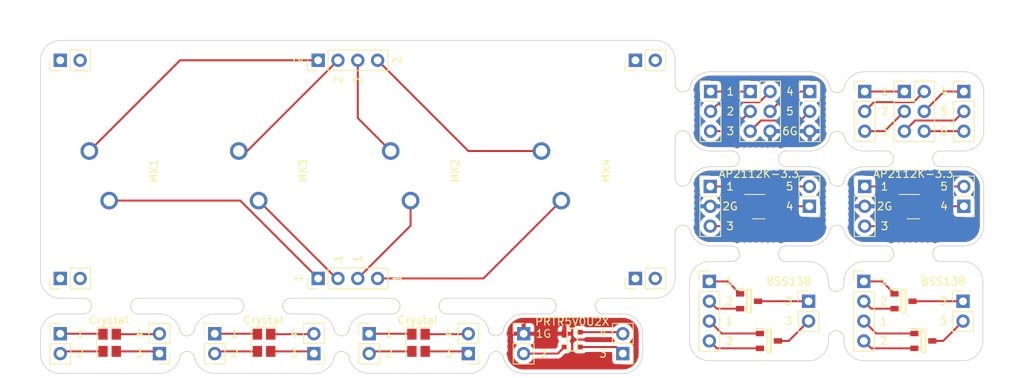
<source format=kicad_pcb>
(kicad_pcb (version 20211014) (generator pcbnew)
  (layers (0 "F.Cu" signal) (31 "B.Cu" signal) (34 "B.Paste" user) (35 "F.Paste" user) (36 "B.SilkS" user "B.Silkscreen") (37 "F.SilkS" user "F.Silkscreen") (38 "B.Mask" user) (39 "F.Mask" user) (44 "Edge.Cuts" user))
  (net 0 "")
  (net 1 "Net-(IC2-Pad1)")
  (net 2 "Net-(IC2-Pad2)")
  (net 3 "Net-(IC2-Pad3)")
  (net 4 "Net-(IC3-Pad1)")
  (net 5 "Net-(IC3-Pad2)")
  (net 6 "Net-(IC3-Pad3)")
  (net 7 "Net-(J6-Pad1)")
  (net 8 "Net-(J6-Pad2)")
  (net 9 "Net-(J7-Pad1)")
  (net 10 "Net-(J7-Pad2)")
  (net 11 "Net-(J9-Pad1)")
  (net 12 "Net-(J9-Pad2)")
  (net 13 "Net-(J9-Pad3)")
  (net 14 "Net-(J9-Pad4)")
  (net 15 "Net-(J10-Pad1)")
  (net 16 "Net-(J10-Pad2)")
  (net 17 "Net-(J10-Pad3)")
  (net 18 "Net-(J10-Pad4)")
  (net 19 "Net-(J16-Pad1)")
  (net 20 "GND_4")
  (net 21 "Net-(J16-Pad3)")
  (net 22 "Net-(J17-Pad1)")
  (net 23 "Net-(J17-Pad2)")
  (net 24 "Net-(J17-Pad3)")
  (net 25 "GND_5")
  (net 26 "Net-(J19-Pad2)")
  (net 27 "Net-(J20-Pad1)")
  (net 28 "Net-(J20-Pad2)")
  (net 29 "Net-(J23-Pad1)")
  (net 30 "Net-(J23-Pad2)")
  (net 31 "Net-(J22-Pad4)")
  (net 32 "Net-(J22-Pad5)")
  (net 33 "GND_6")
  (net 34 "Net-(J26-Pad1)")
  (net 35 "Net-(J26-Pad2)")
  (net 36 "Net-(J26-Pad3)")
  (net 37 "Net-(J27-Pad4)")
  (net 38 "Net-(J27-Pad5)")
  (net 39 "Net-(J27-Pad6)")
  (footprint "Panelization:mouse-bite-2mm-slot-5mm-width" (layer "F.Cu") (at 57.77 60.2)
    (fp_text reference "mouse-bite-2mm-slot" hide)
    (fp_text value "VAL**" hide)
  )
  (footprint "Connector_PinHeader_2.54mm:PinHeader_1x02_P2.54mm_Vertical" (layer "F.Cu") (at 105.43 56.66 90)
    (fp_text reference "J31" hide)
    (fp_text value "Conn_01x02_Female")
  )
  (footprint "Connector_PinHeader_2.54mm:PinHeader_1x04_P2.54mm_Vertical" (layer "F.Cu") (at 64.79 56.66 90)
    (fp_text reference "J10" hide)
    (fp_text value "Conn_01x04_Female")
  )
  (footprint "random-keyboard-parts:SOT143B" (layer "F.Cu") (at 97.33 64.49)
    (fp_text reference "U3" hide)
    (fp_text value "PRTR5V0U2X")
  )
  (footprint "Connector_PinHeader_2.54mm:PinHeader_1x02_P2.54mm_Vertical" (layer "F.Cu") (at 84.03 66.28 180)
    (fp_text reference "J13" hide)
    (fp_text value "Conn_01x02_Female")
  )
  (footprint "SamacSys_Parts:MXOnly-1U-NoLED_3Pins" (layer "F.Cu") (at 40.57 42.88 90)
    (fp_text reference "MX1")
    (fp_text value "MX-NoLED")
  )
  (footprint "SamacSys_Parts:SOT95P240X120-3N" (layer "F.Cu") (at 142.3 64.660001)
    (fp_text reference "IC5" hide)
    (fp_text value "BSS138" hide)
  )
  (footprint "Connector_PinHeader_2.54mm:PinHeader_1x02_P2.54mm_Vertical" (layer "F.Cu") (at 147.49 47.42 180)
    (fp_text reference "J34" hide)
    (fp_text value "Conn_01x02_Female")
  )
  (footprint "Connector_PinHeader_2.54mm:PinHeader_1x02_P2.54mm_Vertical" (layer "F.Cu") (at 91.11 63.74)
    (fp_text reference "J19" hide)
    (fp_text value "Conn_01x02_Female")
  )
  (footprint "Panelization:mouse-bite-2mm-slot-5mm-width" (layer "F.Cu") (at 141 53.5 180)
    (fp_text reference "mouse-bite-2mm-slot" hide)
    (fp_text value "VAL**" hide)
  )
  (footprint "Connector_PinHeader_2.54mm:PinHeader_2x03_P2.54mm_Vertical" (layer "F.Cu") (at 120.13 32.72)
    (fp_text reference "J22" hide)
    (fp_text value "AVR-ISP-6")
  )
  (footprint "Panelization:mouse-bite-2mm-slot-5mm-width" (layer "F.Cu") (at 121.25 41.34)
    (fp_text reference "mouse-bite-2mm-slot" hide)
    (fp_text value "VAL**" hide)
  )
  (footprint "Connector_PinHeader_2.54mm:PinHeader_1x03_P2.54mm_Vertical" (layer "F.Cu") (at 127.75 32.72)
    (fp_text reference "J24" hide)
    (fp_text value "Conn_01x03_Female")
  )
  (footprint "Panelization:mouse-bite-2mm-slot-5mm-width" (layer "F.Cu") (at 77.77 60.2)
    (fp_text reference "mouse-bite-2mm-slot" hide)
    (fp_text value "VAL**" hide)
  )
  (footprint "Panelization:mouse-bite-2mm-slot-5mm-width" (layer "F.Cu") (at 121.25 53.5 180)
    (fp_text reference "mouse-bite-2mm-slot" hide)
    (fp_text value "VAL**" hide)
  )
  (footprint "Panelization:mouse-bite-2mm-slot-5mm-width" (layer "F.Cu") (at 140.99 41.34)
    (fp_text reference "mouse-bite-2mm-slot" hide)
    (fp_text value "VAL**" hide)
  )
  (footprint "Panelization:mouse-bite-2mm-slot" (layer "F.Cu") (at 67.79 65.01 90)
    (fp_text reference "mouse-bite-2mm-slot" hide)
    (fp_text value "VAL**" hide)
  )
  (footprint "Panelization:mouse-bite-2mm-slot-5mm-width" (layer "F.Cu") (at 38.27 60.2)
    (fp_text reference "mouse-bite-2mm-slot" hide)
    (fp_text value "VAL**" hide)
  )
  (footprint "SamacSys_Parts:SOT95P240X120-3N" (layer "F.Cu") (at 139.76 59.580001)
    (fp_text reference "IC4" hide)
    (fp_text value "BSS138")
  )
  (footprint "Package_TO_SOT_SMD:SOT-23-5" (layer "F.Cu") (at 121.23 47.46)
    (fp_text reference "U2" hide)
    (fp_text value "AP2112K-3.3")
  )
  (footprint "Connector_PinHeader_2.54mm:PinHeader_1x02_P2.54mm_Vertical" (layer "F.Cu") (at 147.38 59.580001)
    (fp_text reference "J36" hide)
    (fp_text value "Conn_01x02_Female")
  )
  (footprint "Panelization:mouse-bite-2mm-slot-5mm-width" (layer "F.Cu") (at 131.140001 60.850001 90)
    (fp_text reference "mouse-bite-2mm-slot" hide)
    (fp_text value "VAL**" hide)
  )
  (footprint "Connector_PinHeader_2.54mm:PinHeader_1x02_P2.54mm_Vertical" (layer "F.Cu") (at 44.47 66.28 180)
    (fp_text reference "J7" hide)
    (fp_text value "Conn_01x02_Female")
  )
  (footprint "Connector_PinHeader_2.54mm:PinHeader_1x02_P2.54mm_Vertical" (layer "F.Cu") (at 103.81 66.28 180)
    (fp_text reference "J23" hide)
    (fp_text value "Conn_01x02_Female")
  )
  (footprint "Panelization:mouse-bite-2mm-slot-5mm-width" (layer "F.Cu") (at 131.25 35.34 90)
    (fp_text reference "mouse-bite-2mm-slot" hide)
    (fp_text value "VAL**" hide)
  )
  (footprint "SamacSys_Parts:SOT95P240X120-3N" (layer "F.Cu") (at 119.98 59.580001)
    (fp_text reference "IC2" hide)
    (fp_text value "BSS138")
  )
  (footprint "SamacSys_Parts:MXOnly-1U-NoLED_3Pins" (layer "F.Cu") (at 79.17 42.88 90)
    (fp_text reference "MX2")
    (fp_text value "MX-NoLED")
  )
  (footprint "Connector_PinHeader_2.54mm:PinHeader_1x02_P2.54mm_Vertical" (layer "F.Cu") (at 64.25 66.28 180)
    (fp_text reference "J11" hide)
    (fp_text value "Conn_01x02_Female")
  )
  (footprint "Connector_PinHeader_2.54mm:PinHeader_1x03_P2.54mm_Vertical" (layer "F.Cu") (at 134.79 44.88)
    (fp_text reference "J33" hide)
    (fp_text value "Conn_01x03_Female")
  )
  (footprint "Connector_PinHeader_2.54mm:PinHeader_1x02_P2.54mm_Vertical" (layer "F.Cu") (at 31.77 56.66 90)
    (fp_text reference "J29" hide)
    (fp_text value "Conn_01x02_Female")
  )
  (footprint "Panelization:mouse-bite-2mm-slot" (layer "F.Cu") (at 87.57 65.01 90)
    (fp_text reference "mouse-bite-2mm-slot" hide)
    (fp_text value "VAL**" hide)
  )
  (footprint "Connector_PinHeader_2.54mm:PinHeader_1x02_P2.54mm_Vertical" (layer "F.Cu") (at 105.43 28.72 90)
    (fp_text reference "J32" hide)
    (fp_text value "Conn_01x02_Female")
  )
  (footprint "Connector_PinHeader_2.54mm:PinHeader_1x04_P2.54mm_Vertical" (layer "F.Cu") (at 114.9 57.040001)
    (fp_text reference "J15" hide)
    (fp_text value "Conn_01x04_Female")
  )
  (footprint "Connector_PinHeader_2.54mm:PinHeader_2x03_P2.54mm_Vertical" (layer "F.Cu") (at 139.870001 32.719999)
    (fp_text reference "J27" hide)
    (fp_text value "Conn_02x03_Counter_Clockwise")
  )
  (footprint "SamacSys_Parts:MXOnly-1U-NoLED_3Pins" (layer "F.Cu") (at 98.47 42.88 90)
    (fp_text reference "MX4")
    (fp_text value "MX-NoLED")
  )
  (footprint "Package_TO_SOT_SMD:SOT-23-5" (layer "F.Cu") (at 141.01 47.46)
    (fp_text reference "U4" hide)
    (fp_text value "AP2112K-3.3")
  )
  (footprint "Panelization:mouse-bite-2mm-slot-5mm-width" (layer "F.Cu") (at 111.51 47.34 90)
    (fp_text reference "mouse-bite-2mm-slot" hide)
    (fp_text value "VAL**" hide)
  )
  (footprint "Panelization:mouse-bite-2mm-slot-5mm-width" (layer "F.Cu") (at 97.77 60.2)
    (fp_text reference "mouse-bite-2mm-slot" hide)
    (fp_text value "VAL**" hide)
  )
  (footprint "SamacSys_Parts:MXOnly-1U-NoLED_3Pins" (layer "F.Cu") (at 59.71 42.88 90)
    (fp_text reference "MX3")
    (fp_text value "MX-NoLED")
  )
  (footprint "Panelization:mouse-bite-2mm-slot-5mm-width" (layer "F.Cu") (at 111.51 35.26 90)
    (fp_text reference "mouse-bite-2mm-slot" hide)
    (fp_text value "VAL**" hide)
  )
  (footprint "Connector_PinHeader_2.54mm:PinHeader_1x03_P2.54mm_Vertical" (layer "F.Cu") (at 115.05 32.72)
    (fp_text reference "J17" hide)
    (fp_text value "Conn_01x03_Female")
  )
  (footprint "Connector_PinHeader_2.54mm:PinHeader_1x03_P2.54mm_Vertical" (layer "F.Cu") (at 134.790001 32.719999)
    (fp_text reference "J26" hide)
    (fp_text value "Conn_01x03_Female")
  )
  (footprint "Connector_PinHeader_2.54mm:PinHeader_1x02_P2.54mm_Vertical" (layer "F.Cu") (at 31.77 28.72 90)
    (fp_text reference "J30" hide)
    (fp_text value "Conn_01x02_Female")
  )
  (footprint "Crystal:Crystal_SMD_3225-4Pin_3.2x2.5mm" (layer "F.Cu") (at 57.87 64.9 -90)
    (fp_text reference "Y2" hide)
    (fp_text value "Crystal")
  )
  (footprint "Connector_PinHeader_2.54mm:PinHeader_1x04_P2.54mm_Vertical" (layer "F.Cu") (at 64.79 28.72 90)
    (fp_text reference "J9" hide)
    (fp_text value "Conn_01x04_Female")
  )
  (footprint "Panelization:mouse-bite-2mm-slot-5mm-width" (layer "F.Cu") (at 131.25 47.34 90)
    (fp_text reference "mouse-bite-2mm-slot" hide)
    (fp_text value "VAL**" hide)
  )
  (footprint "Crystal:Crystal_SMD_3225-4Pin_3.2x2.5mm" (layer "F.Cu") (at 38.09 64.9 -90)
    (fp_text reference "Y1" hide)
    (fp_text value "Crystal")
  )
  (footprint "Panelization:mouse-bite-2mm-slot" (layer "F.Cu") (at 48.01 65.01 90)
    (fp_text reference "mouse-bite-2mm-slot" hide)
    (fp_text value "VAL**" hide)
  )
  (footprint "Connector_PinHeader_2.54mm:PinHeader_1x04_P2.54mm_Vertical" (layer "F.Cu") (at 134.68 57.040001)
    (fp_text reference "J35" hide)
    (fp_text value "Conn_01x04_Female")
  )
  (footprint "Connector_PinHeader_2.54mm:PinHeader_1x03_P2.54mm_Vertical" (layer "F.Cu") (at 115.01 44.88)
    (fp_text reference "J16" hide)
    (fp_text value "Conn_01x03_Female")
  )
  (footprint "Connector_PinHeader_2.54mm:PinHeader_1x02_P2.54mm_Vertical" (layer "F.Cu") (at 51.55 63.74)
    (fp_text reference "J8" hide)
    (fp_text value "Conn_01x02_Female")
  )
  (footprint "Connector_PinHeader_2.54mm:PinHeader_1x02_P2.54mm_Vertical" (layer "F.Cu") (at 127.71 47.42 180)
    (fp_text reference "J20" hide)
    (fp_text value "Conn_01x02_Female")
  )
  (footprint "Crystal:Crystal_SMD_3225-4Pin_3.2x2.5mm" (layer "F.Cu") (at 77.65 64.9 -90)
    (fp_text reference "Y3" hide)
    (fp_text value "Crystal")
  )
  (footprint "SamacSys_Parts:SOT95P240X120-3N" (layer "F.Cu") (at 122.52 64.660001)
    (fp_text reference "IC3" hide)
    (fp_text value "BSS138" hide)
  )
  (footprint "Connector_PinHeader_2.54mm:PinHeader_1x02_P2.54mm_Vertical" (layer "F.Cu") (at 31.77 63.74)
    (fp_text reference "J6" hide)
    (fp_text value "Conn_01x02_Female")
  )
  (footprint "Connector_PinHeader_2.54mm:PinHeader_1x02_P2.54mm_Vertical" (layer "F.Cu") (at 71.33 63.74)
    (fp_text reference "J12" hide)
    (fp_text value "Conn_01x02_Female")
  )
  (footprint "Connector_PinHeader_2.54mm:PinHeader_1x03_P2.54mm_Vertical" (layer "F.Cu") (at 147.490001 32.719999)
    (fp_text reference "J28" hide)
    (fp_text value "Conn_01x03_Female")
  )
  (footprint "Connector_PinHeader_2.54mm:PinHeader_1x02_P2.54mm_Vertical" (layer "F.Cu") (at 127.6 59.580001)
    (fp_text reference "J21" hide)
    (fp_text value "Conn_01x02_Female")
  )
  (gr_arc (start 101.27 61.2) (mid 100.27 60.2) (end 101.27 59.2) (layer "Edge.Cuts") (width 0.1))
  (gr_line (start 144.49 40.34) (end 147.49 40.34) (layer "Edge.Cuts") (width 0.1))
  (gr_arc (start 71.33 68.82) (mid 69.770537 68.321208) (end 68.79 67.01) (layer "Edge.Cuts") (width 0.1))
  (gr_arc (start 114.9 67.200001) (mid 113.103949 66.456052) (end 112.36 64.660001) (layer "Edge.Cuts") (width 0.1))
  (gr_line (start 124.75 40.34) (end 127.75 40.34) (layer "Edge.Cuts") (width 0.1))
  (gr_arc (start 110.51 56.66) (mid 109.766051 58.456051) (end 107.97 59.2) (layer "Edge.Cuts") (width 0.1))
  (gr_arc (start 130.25 50.84) (mid 131.25 49.84) (end 132.25 50.84) (layer "Edge.Cuts") (width 0.1))
  (gr_arc (start 68.79 63.01) (mid 67.79 64.01) (end 66.79 63.01) (layer "Edge.Cuts") (width 0.1))
  (gr_arc (start 66.79 67.01) (mid 65.809462 68.321207) (end 64.25 68.82) (layer "Edge.Cuts") (width 0.1))
  (gr_line (start 34.77 61.2) (end 31.77 61.2) (layer "Edge.Cuts") (width 0.1))
  (gr_arc (start 117.75 40.34) (mid 118.75 41.34) (end 117.75 42.34) (layer "Edge.Cuts") (width 0.1))
  (gr_arc (start 112.51 31.76) (mid 111.51 32.76) (end 110.51 31.76) (layer "Edge.Cuts") (width 0.1))
  (gr_line (start 112.36 57.040001) (end 112.36 64.660001) (layer "Edge.Cuts") (width 0.1))
  (gr_line (start 132.14 57.040001) (end 132.14 57.350001) (layer "Edge.Cuts") (width 0.1))
  (gr_arc (start 29.23 63.74) (mid 29.973949 61.943949) (end 31.77 61.2) (layer "Edge.Cuts") (width 0.1))
  (gr_arc (start 150.03 49.96) (mid 149.286051 51.756051) (end 147.49 52.5) (layer "Edge.Cuts") (width 0.1))
  (gr_line (start 64.25 61.2) (end 61.27 61.2) (layer "Edge.Cuts") (width 0.1))
  (gr_line (start 137.5 54.5) (end 134.68 54.500001) (layer "Edge.Cuts") (width 0.1))
  (gr_arc (start 134.68 67.200001) (mid 132.883949 66.456052) (end 132.14 64.660001) (layer "Edge.Cuts") (width 0.1))
  (gr_line (start 115.01 52.5) (end 117.75 52.5) (layer "Edge.Cuts") (width 0.1))
  (gr_arc (start 130.25 50.84) (mid 129.227168 52.048196) (end 127.71 52.5) (layer "Edge.Cuts") (width 0.1))
  (gr_arc (start 134.79 52.5) (mid 133.272831 52.048198) (end 132.25 50.84) (layer "Edge.Cuts") (width 0.1))
  (gr_line (start 61.27 59.2) (end 74.27 59.2) (layer "Edge.Cuts") (width 0.1))
  (gr_line (start 31.77 59.2) (end 34.77 59.2) (layer "Edge.Cuts") (width 0.1))
  (gr_line (start 149.920001 64.660002) (end 149.920001 57.04) (layer "Edge.Cuts") (width 0.1))
  (gr_line (start 110.51 31.76) (end 110.51 28.72) (layer "Edge.Cuts") (width 0.1))
  (gr_arc (start 124.75 54.5) (mid 123.75 53.5) (end 124.75 52.5) (layer "Edge.Cuts") (width 0.1))
  (gr_arc (start 110.51 38.76) (mid 111.51 37.76) (end 112.51 38.76) (layer "Edge.Cuts") (width 0.1))
  (gr_line (start 107.97 59.2) (end 101.27 59.2) (layer "Edge.Cuts") (width 0.1))
  (gr_line (start 127.71 52.5) (end 124.75 52.5) (layer "Edge.Cuts") (width 0.1))
  (gr_arc (start 31.77 68.82) (mid 29.973949 68.076051) (end 29.23 66.28) (layer "Edge.Cuts") (width 0.1))
  (gr_line (start 134.68 67.200001) (end 147.380001 67.200002) (layer "Edge.Cuts") (width 0.1))
  (gr_arc (start 112.51 43.84) (mid 113.552262 42.74377) (end 115.01 42.34) (layer "Edge.Cuts") (width 0.1))
  (gr_arc (start 112.51 31.76) (mid 113.55434 30.60723) (end 115.05 30.18) (layer "Edge.Cuts") (width 0.1))
  (gr_line (start 127.709999 42.34) (end 124.75 42.34) (layer "Edge.Cuts") (width 0.1))
  (gr_line (start 147.380001 54.5) (end 144.5 54.5) (layer "Edge.Cuts") (width 0.1))
  (gr_arc (start 88.57 63.01) (mid 89.550537 61.698792) (end 91.11 61.2) (layer "Edge.Cuts") (width 0.1))
  (gr_line (start 110.51 38.76) (end 110.51 43.84) (layer "Edge.Cuts") (width 0.1))
  (gr_arc (start 127.709999 42.34) (mid 129.184922 42.742997) (end 130.25 43.84) (layer "Edge.Cuts") (width 0.1))
  (gr_arc (start 149.920001 64.660002) (mid 149.176052 66.456053) (end 147.380001 67.200002) (layer "Edge.Cuts") (width 0.1))
  (gr_line (start 41.77 59.2) (end 54.27 59.2) (layer "Edge.Cuts") (width 0.1))
  (gr_arc (start 137.5 52.5) (mid 138.5 53.5) (end 137.5 54.5) (layer "Edge.Cuts") (width 0.1))
  (gr_line (start 71.33 68.82) (end 84.03 68.82) (layer "Edge.Cuts") (width 0.1))
  (gr_arc (start 132.25 43.84) (mid 133.315076 42.742996) (end 134.79 42.34) (layer "Edge.Cuts") (width 0.1))
  (gr_arc (start 132.14 57.040001) (mid 132.883949 55.24395) (end 134.68 54.500001) (layer "Edge.Cuts") (width 0.1))
  (gr_line (start 150.03 37.799999) (end 150.03 32.719999) (layer "Edge.Cuts") (width 0.1))
  (gr_arc (start 107.97 26.18) (mid 109.766051 26.923949) (end 110.51 28.72) (layer "Edge.Cuts") (width 0.1))
  (gr_arc (start 68.79 63.01) (mid 69.770537 61.698792) (end 71.33 61.2) (layer "Edge.Cuts") (width 0.1))
  (gr_line (start 132.14 64.660001) (end 132.140001 64.350001) (layer "Edge.Cuts") (width 0.1))
  (gr_arc (start 112.36 57.040001) (mid 113.103949 55.24395) (end 114.9 54.500001) (layer "Edge.Cuts") (width 0.1))
  (gr_arc (start 88.57 63.01) (mid 87.57 64.01) (end 86.57 63.01) (layer "Edge.Cuts") (width 0.1))
  (gr_arc (start 47.01 67.01) (mid 48.01 66.01) (end 49.01 67.01) (layer "Edge.Cuts") (width 0.1))
  (gr_arc (start 44.47 61.2) (mid 46.029462 61.698794) (end 47.01 63.01) (layer "Edge.Cuts") (width 0.1))
  (gr_arc (start 74.27 59.2) (mid 75.27 60.2) (end 74.27 61.2) (layer "Edge.Cuts") (width 0.1))
  (gr_arc (start 132.25 43.84) (mid 131.25 44.84) (end 130.25 43.84) (layer "Edge.Cuts") (width 0.1))
  (gr_arc (start 147.49 30.179998) (mid 149.286051 30.923947) (end 150.03 32.719998) (layer "Edge.Cuts") (width 0.1))
  (gr_arc (start 137.49 40.34) (mid 138.49 41.34) (end 137.49 42.34) (layer "Edge.Cuts") (width 0.1))
  (gr_line (start 54.27 61.2) (end 51.55 61.2) (layer "Edge.Cuts") (width 0.1))
  (gr_arc (start 144.5 54.5) (mid 143.5 53.5) (end 144.5 52.5) (layer "Edge.Cuts") (width 0.1))
  (gr_arc (start 127.600001 54.5) (mid 129.396052 55.243949) (end 130.140001 57.04) (layer "Edge.Cuts") (width 0.1))
  (gr_arc (start 124.75 42.34) (mid 123.75 41.34) (end 124.75 40.34) (layer "Edge.Cuts") (width 0.1))
  (gr_line (start 147.49 30.179999) (end 134.79 30.179999) (layer "Edge.Cuts") (width 0.1))
  (gr_arc (start 130.25 38.84) (mid 129.207737 39.936228) (end 127.75 40.34) (layer "Edge.Cuts") (width 0.1))
  (gr_line (start 150.03 49.96) (end 150.03 44.88) (layer "Edge.Cuts") (width 0.1))
  (gr_line (start 94.27 61.2) (end 91.11 61.2) (layer "Edge.Cuts") (width 0.1))
  (gr_arc (start 130.25 38.84) (mid 131.25 37.84) (end 132.25 38.84) (layer "Edge.Cuts") (width 0.1))
  (gr_arc (start 110.51 50.84) (mid 111.51 49.84) (end 112.51 50.84) (layer "Edge.Cuts") (width 0.1))
  (gr_line (start 94.27 59.2) (end 81.27 59.2) (layer "Edge.Cuts") (width 0.1))
  (gr_arc (start 112.51 43.84) (mid 111.51 44.84) (end 110.51 43.84) (layer "Edge.Cuts") (width 0.1))
  (gr_line (start 81.27 61.2) (end 84.03 61.2) (layer "Edge.Cuts") (width 0.1))
  (gr_arc (start 34.77 59.2) (mid 35.77 60.2) (end 34.77 61.2) (layer "Edge.Cuts") (width 0.1))
  (gr_arc (start 94.27 59.2) (mid 95.27 60.2) (end 94.27 61.2) (layer "Edge.Cuts") (width 0.1))
  (gr_line (start 115.05 40.34) (end 117.75 40.34) (layer "Edge.Cuts") (width 0.1))
  (gr_arc (start 47.01 67.01) (mid 46.029462 68.321207) (end 44.47 68.82) (layer "Edge.Cuts") (width 0.1))
  (gr_line (start 51.55 68.82) (end 64.25 68.82) (layer "Edge.Cuts") (width 0.1))
  (gr_arc (start 115.01 52.5) (mid 113.509533 52.047209) (end 112.51 50.84) (layer "Edge.Cuts") (width 0.1))
  (gr_arc (start 61.27 61.2) (mid 60.27 60.2) (end 61.27 59.2) (layer "Edge.Cuts") (width 0.1))
  (gr_arc (start 51.55 68.82) (mid 49.990537 68.321208) (end 49.01 67.01) (layer "Edge.Cuts") (width 0.1))
  (gr_arc (start 54.27 59.2) (mid 55.27 60.2) (end 54.27 61.2) (layer "Edge.Cuts") (width 0.1))
  (gr_arc (start 147.489999 42.34) (mid 149.28605 43.083949) (end 150.029999 44.88) (layer "Edge.Cuts") (width 0.1))
  (gr_line (start 29.23 63.74) (end 29.23 66.28) (layer "Edge.Cuts") (width 0.1))
  (gr_line (start 127.75 30.18) (end 115.05 30.18) (layer "Edge.Cuts") (width 0.1))
  (gr_arc (start 86.57 67.01) (mid 85.589462 68.321207) (end 84.03 68.82) (layer "Edge.Cuts") (width 0.1))
  (gr_line (start 106.35 66.28) (end 106.350001 63.739999) (layer "Edge.Cuts") (width 0.1))
  (gr_line (start 117.75 42.34) (end 115.01 42.34) (layer "Edge.Cuts") (width 0.1))
  (gr_arc (start 134.79 40.34) (mid 133.315076 39.937004) (end 132.25 38.84) (layer "Edge.Cuts") (width 0.1))
  (gr_line (start 144.5 52.5) (end 147.49 52.5) (layer "Edge.Cuts") (width 0.1))
  (gr_arc (start 132.14 57.350001) (mid 131.140001 58.35) (end 130.140002 57.350001) (layer "Edge.Cuts") (width 0.1))
  (gr_arc (start 115.05 40.34) (mid 113.55434 39.912771) (end 112.51 38.76) (layer "Edge.Cuts") (width 0.1))
  (gr_arc (start 132.25 31.84) (mid 131.25 32.84) (end 130.25 31.84) (layer "Edge.Cuts") (width 0.1))
  (gr_line (start 114.9 67.200001) (end 127.600001 67.200002) (layer "Edge.Cuts") (width 0.1))
  (gr_arc (start 130.140001 64.660002) (mid 129.396052 66.456053) (end 127.600001 67.200002) (layer "Edge.Cuts") (width 0.1))
  (gr_arc (start 86.57 67.01) (mid 87.57 66.01) (end 88.57 67.01) (layer "Edge.Cuts") (width 0.1))
  (gr_line (start 101.27 61.2) (end 103.810001 61.199999) (layer "Edge.Cuts") (width 0.1))
  (gr_line (start 134.79 52.5) (end 137.5 52.5) (layer "Edge.Cuts") (width 0.1))
  (gr_arc (start 81.27 61.2) (mid 80.27 60.2) (end 81.27 59.2) (layer "Edge.Cuts") (width 0.1))
  (gr_line (start 107.97 26.18) (end 31.77 26.18) (layer "Edge.Cuts") (width 0.1))
  (gr_line (start 74.27 61.2) (end 71.33 61.2) (layer "Edge.Cuts") (width 0.1))
  (gr_line (start 44.47 61.2) (end 41.77 61.2) (layer "Edge.Cuts") (width 0.1))
  (gr_line (start 134.79 40.34) (end 137.49 40.34) (layer "Edge.Cuts") (width 0.1))
  (gr_line (start 130.140001 64.660002) (end 130.140001 64.350001) (layer "Edge.Cuts") (width 0.1))
  (gr_line (start 29.23 28.72) (end 29.23 56.66) (layer "Edge.Cuts") (width 0.1))
  (gr_line (start 137.49 42.34) (end 134.79 42.34) (layer "Edge.Cuts") (width 0.1))
  (gr_arc (start 106.35 66.28) (mid 105.606051 68.076051) (end 103.81 68.82) (layer "Edge.Cuts") (width 0.1))
  (gr_arc (start 117.75 52.5) (mid 118.75 53.5) (end 117.75 54.5) (layer "Edge.Cuts") (width 0.1))
  (gr_arc (start 130.140001 64.350001) (mid 131.140001 63.350001) (end 132.140001 64.350001) (layer "Edge.Cuts") (width 0.1))
  (gr_arc (start 29.23 28.72) (mid 29.973949 26.923949) (end 31.77 26.18) (layer "Edge.Cuts") (width 0.1))
  (gr_arc (start 64.25 61.2) (mid 65.809462 61.698794) (end 66.79 63.01) (layer "Edge.Cuts") (width 0.1))
  (gr_arc (start 103.810001 61.199999) (mid 105.606052 61.943948) (end 106.350001 63.739999) (layer "Edge.Cuts") (width 0.1))
  (gr_arc (start 66.79 67.01) (mid 67.79 66.01) (end 68.79 67.01) (layer "Edge.Cuts") (width 0.1))
  (gr_arc (start 132.25 31.84) (mid 133.272831 30.631802) (end 134.79 30.179999) (layer "Edge.Cuts") (width 0.1))
  (gr_arc (start 49.01 63.01) (mid 48.01 64.01) (end 47.01 63.01) (layer "Edge.Cuts") (width 0.1))
  (gr_arc (start 147.380001 54.5) (mid 149.176052 55.243949) (end 149.920001 57.04) (layer "Edge.Cuts") (width 0.1))
  (gr_arc (start 84.03 61.2) (mid 85.589461 61.698794) (end 86.57 63.01) (layer "Edge.Cuts") (width 0.1))
  (gr_arc (start 91.11 68.82) (mid 89.550537 68.321208) (end 88.57 67.01) (layer "Edge.Cuts") (width 0.1))
  (gr_line (start 31.77 68.82) (end 44.47 68.82) (layer "Edge.Cuts") (width 0.1))
  (gr_line (start 110.51 50.84) (end 110.51 56.66) (layer "Edge.Cuts") (width 0.1))
  (gr_arc (start 41.77 61.2) (mid 40.77 60.2) (end 41.77 59.2) (layer "Edge.Cuts") (width 0.1))
  (gr_line (start 117.75 54.5) (end 114.9 54.500001) (layer "Edge.Cuts") (width 0.1))
  (gr_arc (start 144.49 42.34) (mid 143.49 41.34) (end 144.49 40.34) (layer "Edge.Cuts") (width 0.1))
  (gr_arc (start 150.03 37.8) (mid 149.286051 39.596051) (end 147.49 40.34) (layer "Edge.Cuts") (width 0.1))
  (gr_line (start 130.140001 57.04) (end 130.140002 57.350001) (layer "Edge.Cuts") (width 0.1))
  (gr_line (start 124.75 54.5) (end 127.600001 54.5) (layer "Edge.Cuts") (width 0.1))
  (gr_arc (start 49.01 63.01) (mid 49.990537 61.698792) (end 51.55 61.2) (layer "Edge.Cuts") (width 0.1))
  (gr_line (start 147.489999 42.34) (end 144.49 42.34) (layer "Edge.Cuts") (width 0.1))
  (gr_arc (start 31.77 59.2) (mid 29.973949 58.456051) (end 29.23 56.66) (layer "Edge.Cuts") (width 0.1))
  (gr_arc (start 127.75 30.18) (mid 129.250465 30.632793) (end 130.25 31.84) (layer "Edge.Cuts") (width 0.1))
  (gr_line (start 91.11 68.82) (end 103.81 68.82) (layer "Edge.Cuts") (width 0.1))
  (gr_text "4" (at 61.71 63.74) (layer "F.SilkS") (effects (font (size 1 1))))
  (gr_text "2" (at 67.36 31.26 90) (layer "F.SilkS") (effects (font (size 1 1))))
  (gr_text "4" (at 125.17 47.42) (layer "F.SilkS") (effects (font (size 1 1))))
  (gr_text "1" (at 117.44 62.120001) (layer "F.SilkS") (effects (font (size 1 1))))
  (gr_text "1" (at 137.33 44.88) (layer "F.SilkS") (effects (font (size 1 1))))
  (gr_text "1" (at 137.22 62.120001) (layer "F.SilkS") (effects (font (size 1 1))))
  (gr_text "1" (at 73.87 63.74) (layer "F.SilkS") (effects (font (size 1 1))))
  (gr_text "1" (at 54.09 63.74) (layer "F.SilkS") (effects (font (size 1 1))))
  (gr_text "2" (at 117.44 59.580001) (layer "F.SilkS") (effects (font (size 1 1))))
  (gr_text "1" (at 117.55 44.88) (layer "F.SilkS") (effects (font (size 1 1))))
  (gr_text "4" (at 101.27 63.74) (layer "F.SilkS") (effects (font (size 1 1))))
  (gr_text "1" (at 62.25 56.66 90) (layer "F.SilkS") (effects (font (size 1 1))))
  (gr_text "4" (at 125.21 32.72) (layer "F.SilkS") (effects (font (size 1 1))))
  (gr_text "1" (at 117.44 57.040001) (layer "F.SilkS") (effects (font (size 1 1))))
  (gr_text "2" (at 137.330001 35.259999) (layer "F.SilkS") (effects (font (size 1 1))))
  (gr_text "3" (at 144.84 62.120001) (layer "F.SilkS") (effects (font (size 1 1))))
  (gr_text "1" (at 117.59 32.72) (layer "F.SilkS") (effects (font (size 1 1))))
  (gr_text "5" (at 144.950001 35.259999) (layer "F.SilkS") (effects (font (size 1 1))))
  (gr_text "2" (at 117.59 35.26) (layer "F.SilkS") (effects (font (size 1 1))))
  (gr_text "4" (at 144.950001 32.719999) (layer "F.SilkS") (effects (font (size 1 1))))
  (gr_text "5" (at 144.95 44.88) (layer "F.SilkS") (effects (font (size 1 1))))
  (gr_text "1" (at 74.95 56.66 90) (layer "F.SilkS") (effects (font (size 1 1))))
  (gr_text "3" (at 61.71 66.28) (layer "F.SilkS") (effects (font (size 1 1))))
  (gr_text "5" (at 125.21 35.26) (layer "F.SilkS") (effects (font (size 1 1))))
  (gr_text "3" (at 81.49 66.28) (layer "F.SilkS") (effects (font (size 1 1))))
  (gr_text "5" (at 125.17 44.88) (layer "F.SilkS") (effects (font (size 1 1))))
  (gr_text "3" (at 117.59 37.8) (layer "F.SilkS") (effects (font (size 1 1))))
  (gr_text "6G" (at 125.21 37.8) (layer "F.SilkS") (effects (font (size 1 1))))
  (gr_text "3" (at 137.33 49.96) (layer "F.SilkS") (effects (font (size 1 1))))
  (gr_text "2" (at 137.22 64.660001) (layer "F.SilkS") (effects (font (size 1 1))))
  (gr_text "1" (at 67.33 54.12 90) (layer "F.SilkS") (effects (font (size 1 1))))
  (gr_text "4" (at 41.93 63.74) (layer "F.SilkS") (effects (font (size 1 1))))
  (gr_text "2" (at 117.44 64.660001) (layer "F.SilkS") (effects (font (size 1 1))))
  (gr_text "1" (at 137.22 57.040001) (layer "F.SilkS") (effects (font (size 1 1))))
  (gr_text "2" (at 73.87 66.28) (layer "F.SilkS") (effects (font (size 1 1))))
  (gr_text "2" (at 69.9 31.26 90) (layer "F.SilkS") (effects (font (size 1 1))))
  (gr_text "3" (at 41.93 66.28) (layer "F.SilkS") (effects (font (size 1 1))))
  (gr_text "2" (at 93.65 66.28) (layer "F.SilkS") (effects (font (size 1 1))))
  (gr_text "4" (at 81.49 63.74) (layer "F.SilkS") (effects (font (size 1 1))))
  (gr_text "3" (at 125.06 59.580001) (layer "F.SilkS") (effects (font (size 1 1))))
  (gr_text "2" (at 74.95 28.72 90) (layer "F.SilkS") (effects (font (size 1 1))))
  (gr_text "6" (at 144.950001 37.799999) (layer "F.SilkS") (effects (font (size 1 1))))
  (gr_text "2G" (at 137.33 47.42) (layer "F.SilkS") (effects (font (size 1 1))))
  (gr_text "3" (at 137.330001 37.799999) (layer "F.SilkS") (effects (font (size 1 1))))
  (gr_text "3" (at 144.84 59.580001) (layer "F.SilkS") (effects (font (size 1 1))))
  (gr_text "2" (at 34.31 66.28) (layer "F.SilkS") (effects (font (size 1 1))))
  (gr_text "2" (at 62.25 28.72 90) (layer "F.SilkS") (effects (font (size 1 1))))
  (gr_text "2G" (at 117.55 47.42) (layer "F.SilkS") (effects (font (size 1 1))))
  (gr_text "2" (at 54.09 66.28) (layer "F.SilkS") (effects (font (size 1 1))))
  (gr_text "1G" (at 93.65 63.74) (layer "F.SilkS") (effects (font (size 1 1))))
  (gr_text "1" (at 137.330001 32.719999) (layer "F.SilkS") (effects (font (size 1 1))))
  (gr_text "4" (at 144.95 47.42) (layer "F.SilkS") (effects (font (size 1 1))))
  (gr_text "3" (at 101.27 66.28) (layer "F.SilkS") (effects (font (size 1 1))))
  (gr_text "1" (at 34.31 63.74) (layer "F.SilkS") (effects (font (size 1 1))))
  (gr_text "1" (at 69.87 54.12 90) (layer "F.SilkS") (effects (font (size 1 1))))
  (gr_text "3" (at 117.55 49.96) (layer "F.SilkS") (effects (font (size 1 1))))
  (gr_text "3" (at 125.06 62.120001) (layer "F.SilkS") (effects (font (size 1 1))))
  (gr_text "2" (at 137.22 59.580001) (layer "F.SilkS") (effects (font (size 1 1))))
  (segment (start 117.24 57.040001) (end 118.83 58.630001) (width 0.25) (layer "F.Cu") (net 1))
  (segment (start 137.02 57.040001) (end 138.61 58.630001) (width 0.25) (layer "F.Cu") (net 1))
  (segment (start 134.68 57.040001) (end 137.02 57.040001) (width 0.25) (layer "F.Cu") (net 1))
  (segment (start 114.9 57.040001) (end 117.24 57.040001) (width 0.25) (layer "F.Cu") (net 1))
  (segment (start 118.83 60.530001) (end 115.85 60.530001) (width 0.25) (layer "F.Cu") (net 2))
  (segment (start 138.61 60.530001) (end 135.63 60.530001) (width 0.25) (layer "F.Cu") (net 2))
  (segment (start 135.63 60.530001) (end 134.68 59.580001) (width 0.25) (layer "F.Cu") (net 2))
  (segment (start 115.85 60.530001) (end 114.9 59.580001) (width 0.25) (layer "F.Cu") (net 2))
  (segment (start 140.91 59.580001) (end 147.38 59.580001) (width 0.25) (layer "F.Cu") (net 3))
  (segment (start 121.13 59.580001) (end 127.6 59.580001) (width 0.25) (layer "F.Cu") (net 3))
  (segment (start 136.27 63.710001) (end 141.15 63.710001) (width 0.25) (layer "F.Cu") (net 4))
  (segment (start 114.9 62.120001) (end 116.49 63.710001) (width 0.25) (layer "F.Cu") (net 4))
  (segment (start 134.68 62.120001) (end 136.27 63.710001) (width 0.25) (layer "F.Cu") (net 4))
  (segment (start 116.49 63.710001) (end 121.37 63.710001) (width 0.25) (layer "F.Cu") (net 4))
  (segment (start 135.63 65.610001) (end 134.68 64.660001) (width 0.25) (layer "F.Cu") (net 5))
  (segment (start 141.15 65.610001) (end 135.63 65.610001) (width 0.25) (layer "F.Cu") (net 5))
  (segment (start 115.85 65.610001) (end 114.9 64.660001) (width 0.25) (layer "F.Cu") (net 5))
  (segment (start 121.37 65.610001) (end 115.85 65.610001) (width 0.25) (layer "F.Cu") (net 5))
  (segment (start 123.67 64.660001) (end 125.06 64.660001) (width 0.25) (layer "F.Cu") (net 6))
  (segment (start 125.06 64.660001) (end 127.6 62.120001) (width 0.25) (layer "F.Cu") (net 6))
  (segment (start 144.84 64.660001) (end 147.38 62.120001) (width 0.25) (layer "F.Cu") (net 6))
  (segment (start 143.45 64.660001) (end 144.84 64.660001) (width 0.25) (layer "F.Cu") (net 6))
  (segment (start 76.74 63.74) (end 76.8 63.8) (width 0.25) (layer "F.Cu") (net 7))
  (segment (start 31.77 63.74) (end 37.18 63.74) (width 0.25) (layer "F.Cu") (net 7))
  (segment (start 51.55 63.74) (end 56.96 63.74) (width 0.25) (layer "F.Cu") (net 7))
  (segment (start 56.96 63.74) (end 57.02 63.8) (width 0.25) (layer "F.Cu") (net 7))
  (segment (start 37.18 63.74) (end 37.24 63.8) (width 0.25) (layer "F.Cu") (net 7))
  (segment (start 71.33 63.74) (end 76.74 63.74) (width 0.25) (layer "F.Cu") (net 7))
  (segment (start 37.24 66) (end 32.05 66) (width 0.25) (layer "F.Cu") (net 8))
  (segment (start 71.61 66) (end 71.33 66.28) (width 0.25) (layer "F.Cu") (net 8))
  (segment (start 32.05 66) (end 31.77 66.28) (width 0.25) (layer "F.Cu") (net 8))
  (segment (start 57.02 66) (end 51.83 66) (width 0.25) (layer "F.Cu") (net 8))
  (segment (start 76.8 66) (end 71.61 66) (width 0.25) (layer "F.Cu") (net 8))
  (segment (start 51.83 66) (end 51.55 66.28) (width 0.25) (layer "F.Cu") (net 8))
  (segment (start 44.19 66) (end 44.47 66.28) (width 0.25) (layer "F.Cu") (net 9))
  (segment (start 83.87 66) (end 84.15 66.28) (width 0.25) (layer "F.Cu") (net 9))
  (segment (start 44.31 66) (end 44.59 66.28) (width 0.25) (layer "F.Cu") (net 9))
  (segment (start 78.5 66) (end 83.75 66) (width 0.25) (layer "F.Cu") (net 9))
  (segment (start 63.97 66) (end 64.25 66.28) (width 0.25) (layer "F.Cu") (net 9))
  (segment (start 38.94 66) (end 44.19 66) (width 0.25) (layer "F.Cu") (net 9))
  (segment (start 58.72 66) (end 63.97 66) (width 0.25) (layer "F.Cu") (net 9))
  (segment (start 64.09 66) (end 64.37 66.28) (width 0.25) (layer "F.Cu") (net 9))
  (segment (start 83.75 66) (end 84.03 66.28) (width 0.25) (layer "F.Cu") (net 9))
  (segment (start 38.94 63.8) (end 44.41 63.8) (width 0.25) (layer "F.Cu") (net 10))
  (segment (start 84.09 63.8) (end 84.15 63.74) (width 0.25) (layer "F.Cu") (net 10))
  (segment (start 64.31 63.8) (end 64.37 63.74) (width 0.25) (layer "F.Cu") (net 10))
  (segment (start 64.19 63.8) (end 64.25 63.74) (width 0.25) (layer "F.Cu") (net 10))
  (segment (start 58.72 63.8) (end 64.19 63.8) (width 0.25) (layer "F.Cu") (net 10))
  (segment (start 44.41 63.8) (end 44.47 63.74) (width 0.25) (layer "F.Cu") (net 10))
  (segment (start 78.5 63.8) (end 83.97 63.8) (width 0.25) (layer "F.Cu") (net 10))
  (segment (start 44.53 63.8) (end 44.59 63.74) (width 0.25) (layer "F.Cu") (net 10))
  (segment (start 83.97 63.8) (end 84.03 63.74) (width 0.25) (layer "F.Cu") (net 10))
  (segment (start 47.11 28.72) (end 64.79 28.72) (width 0.25) (layer "F.Cu") (net 11))
  (segment (start 35.49 40.34) (end 47.11 28.72) (width 0.25) (layer "F.Cu") (net 11))
  (segment (start 55.71 40.34) (end 67.33 28.72) (width 0.25) (layer "F.Cu") (net 12))
  (segment (start 54.63 40.34) (end 55.71 40.34) (width 0.25) (layer "F.Cu") (net 12))
  (segment (start 69.87 36.12) (end 69.87 28.72) (width 0.25) (layer "F.Cu") (net 13))
  (segment (start 74.09 40.34) (end 69.87 36.12) (width 0.25) (layer "F.Cu") (net 13))
  (segment (start 84.03 40.34) (end 72.41 28.72) (width 0.25) (layer "F.Cu") (net 14))
  (segment (start 93.39 40.34) (end 84.03 40.34) (width 0.25) (layer "F.Cu") (net 14))
  (segment (start 54.82 46.69) (end 64.79 56.66) (width 0.25) (layer "F.Cu") (net 15))
  (segment (start 38.03 46.69) (end 54.82 46.69) (width 0.25) (layer "F.Cu") (net 15))
  (segment (start 67.14 56.66) (end 67.33 56.66) (width 0.25) (layer "F.Cu") (net 16))
  (segment (start 57.17 46.69) (end 67.14 56.66) (width 0.25) (layer "F.Cu") (net 16))
  (segment (start 76.63 49.9) (end 69.87 56.66) (width 0.25) (layer "F.Cu") (net 17))
  (segment (start 76.63 46.69) (end 76.63 49.9) (width 0.25) (layer "F.Cu") (net 17))
  (segment (start 95.93 46.69) (end 85.96 56.66) (width 0.25) (layer "F.Cu") (net 18))
  (segment (start 85.96 56.66) (end 72.41 56.66) (width 0.25) (layer "F.Cu") (net 18))
  (segment (start 118.4625 44.88) (end 115.01 44.88) (width 0.25) (layer "F.Cu") (net 19))
  (segment (start 139.8725 46.51) (end 138.2425 44.88) (width 0.25) (layer "F.Cu") (net 19))
  (segment (start 138.2425 44.88) (end 134.79 44.88) (width 0.25) (layer "F.Cu") (net 19))
  (segment (start 120.0925 46.51) (end 118.4625 44.88) (width 0.25) (layer "F.Cu") (net 19))
  (segment (start 139.8325 47.42) (end 134.79 47.42) (width 0.25) (layer "F.Cu") (net 20))
  (segment (start 120.0925 47.46) (end 120.0525 47.42) (width 0.25) (layer "F.Cu") (net 20))
  (segment (start 120.0525 47.42) (end 115.01 47.42) (width 0.25) (layer "F.Cu") (net 20))
  (segment (start 139.8725 47.46) (end 139.8325 47.42) (width 0.25) (layer "F.Cu") (net 20))
  (segment (start 139.8725 48.41) (end 138.3225 49.96) (width 0.25) (layer "F.Cu") (net 21))
  (segment (start 120.0925 48.41) (end 118.5425 49.96) (width 0.25) (layer "F.Cu") (net 21))
  (segment (start 118.5425 49.96) (end 115.01 49.96) (width 0.25) (layer "F.Cu") (net 21))
  (segment (start 138.3225 49.96) (end 134.79 49.96) (width 0.25) (layer "F.Cu") (net 21))
  (segment (start 115.05 32.72) (end 120.13 32.72) (width 0.25) (layer "F.Cu") (net 22))
  (segment (start 115.05 35.26) (end 116.224511 34.085489) (width 0.25) (layer "F.Cu") (net 23))
  (segment (start 121.304511 34.085489) (end 122.67 32.72) (width 0.25) (layer "F.Cu") (net 23))
  (segment (start 116.224511 34.085489) (end 121.304511 34.085489) (width 0.25) (layer "F.Cu") (net 23))
  (segment (start 117.59 37.8) (end 115.05 37.8) (width 0.25) (layer "F.Cu") (net 24))
  (segment (start 120.13 35.26) (end 117.59 37.8) (width 0.25) (layer "F.Cu") (net 24))
  (segment (start 91.11 63.74) (end 96.33 63.74) (width 0.25) (layer "F.Cu") (net 25))
  (segment (start 95.49 66.28) (end 96.33 65.44) (width 0.25) (layer "F.Cu") (net 26))
  (segment (start 91.11 66.28) (end 95.49 66.28) (width 0.25) (layer "F.Cu") (net 26))
  (segment (start 143.1375 47.42) (end 147.49 47.42) (width 0.25) (layer "F.Cu") (net 27))
  (segment (start 122.3675 48.41) (end 123.3575 47.42) (width 0.25) (layer "F.Cu") (net 27))
  (segment (start 123.3575 47.42) (end 127.71 47.42) (width 0.25) (layer "F.Cu") (net 27))
  (segment (start 142.1475 48.41) (end 143.1375 47.42) (width 0.25) (layer "F.Cu") (net 27))
  (segment (start 122.3675 46.51) (end 123.9975 44.88) (width 0.25) (layer "F.Cu") (net 28))
  (segment (start 142.1475 46.51) (end 143.7775 44.88) (width 0.25) (layer "F.Cu") (net 28))
  (segment (start 123.9975 44.88) (end 127.71 44.88) (width 0.25) (layer "F.Cu") (net 28))
  (segment (start 143.7775 44.88) (end 147.49 44.88) (width 0.25) (layer "F.Cu") (net 28))
  (segment (start 98.33 65.44) (end 102.97 65.44) (width 0.25) (layer "F.Cu") (net 29))
  (segment (start 102.97 65.44) (end 103.81 66.28) (width 0.25) (layer "F.Cu") (net 29))
  (segment (start 103.61 63.54) (end 103.81 63.74) (width 0.25) (layer "F.Cu") (net 30))
  (segment (start 98.33 63.54) (end 103.61 63.54) (width 0.25) (layer "F.Cu") (net 30))
  (segment (start 125.21 32.72) (end 127.75 32.72) (width 0.25) (layer "F.Cu") (net 31))
  (segment (start 122.67 35.26) (end 125.21 32.72) (width 0.25) (layer "F.Cu") (net 31))
  (segment (start 127.75 35.26) (end 126.575489 36.434511) (width 0.25) (layer "F.Cu") (net 32))
  (segment (start 121.495489 36.434511) (end 120.13 37.8) (width 0.25) (layer "F.Cu") (net 32))
  (segment (start 126.575489 36.434511) (end 121.495489 36.434511) (width 0.25) (layer "F.Cu") (net 32))
  (segment (start 122.67 37.8) (end 127.75 37.8) (width 0.25) (layer "F.Cu") (net 33))
  (segment (start 134.790001 32.719999) (end 139.870001 32.719999) (width 0.25) (layer "F.Cu") (net 34))
  (segment (start 134.790001 35.259999) (end 135.964512 34.085488) (width 0.25) (layer "F.Cu") (net 35))
  (segment (start 135.964512 34.085488) (end 141.044512 34.085488) (width 0.25) (layer "F.Cu") (net 35))
  (segment (start 141.044512 34.085488) (end 142.410001 32.719999) (width 0.25) (layer "F.Cu") (net 35))
  (segment (start 137.330001 37.799999) (end 134.790001 37.799999) (width 0.25) (layer "F.Cu") (net 36))
  (segment (start 139.870001 35.259999) (end 137.330001 37.799999) (width 0.25) (layer "F.Cu") (net 36))
  (segment (start 142.410001 35.259999) (end 144.950001 32.719999) (width 0.25) (layer "F.Cu") (net 37))
  (segment (start 144.950001 32.719999) (end 147.490001 32.719999) (width 0.25) (layer "F.Cu") (net 37))
  (segment (start 141.23549 36.43451) (end 139.870001 37.799999) (width 0.25) (layer "F.Cu") (net 38))
  (segment (start 146.31549 36.43451) (end 141.23549 36.43451) (width 0.25) (layer "F.Cu") (net 38))
  (segment (start 147.490001 35.259999) (end 146.31549 36.43451) (width 0.25) (layer "F.Cu") (net 38))
  (segment (start 142.410001 37.799999) (end 147.490001 37.799999) (width 0.25) (layer "F.Cu") (net 39))
  (zone (net 33) (net_name "GND_6") (layers F&B.Cu) (connect_pads (clearance 0.508)) (min_thickness 0.254) (fill yes (thermal_gap 0.508) (thermal_bridge_width 0.508))
    (polygon (pts (xy 130.29 40.34) (xy 112.51 40.34) (xy 112.51 30.18) (xy 130.29 30.18)))
  )
  (zone (net 20) (net_name "GND_4") (layers F&B.Cu) (connect_pads (clearance 0.508)) (min_thickness 0.254) (fill yes (thermal_gap 0.508) (thermal_bridge_width 0.508))
    (polygon (pts (xy 130.25 52.5) (xy 112.47 52.5) (xy 112.47 42.34) (xy 130.25 42.34)))
  )
  (zone (net 25) (net_name "GND_5") (layer "F.Cu") (connect_pads (clearance 0.508)) (min_thickness 0.254) (fill yes (thermal_gap 0.508) (thermal_bridge_width 0.508))
    (polygon (pts (xy 106.35 68.82) (xy 88.57 68.82) (xy 88.57 61.2) (xy 106.35 61.2)))
  )
  (zone (net 20) (net_name "GND_4") (layers F&B.Cu) (connect_pads (clearance 0.508)) (min_thickness 0.254) (fill yes (thermal_gap 0.508) (thermal_bridge_width 0.508))
    (polygon (pts (xy 150.03 52.5) (xy 132.25 52.5) (xy 132.25 42.34) (xy 150.03 42.34)))
  )
)
</source>
